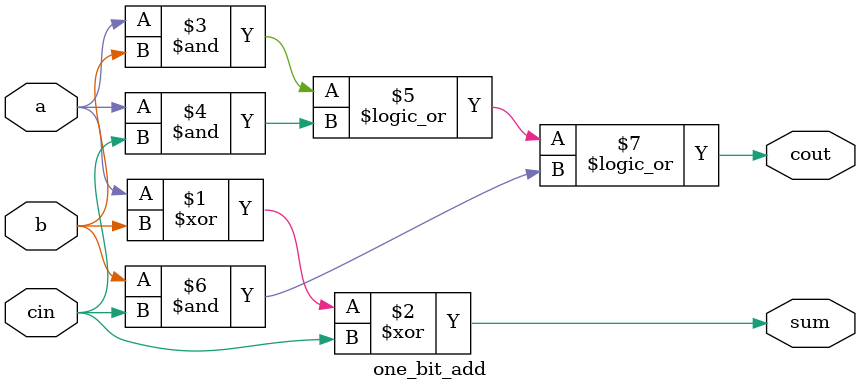
<source format=v>
module top_module( 
    input [99:0] a, b,
    input cin,
    output cout,
    output [99:0] sum );
    wire [99:0] c;
   one_bit_add fa1(
        .a(a[0]),
        .b(b[0]),
        .cin(cin),
        .sum(sum[0]),
       .cout(c[0])
    );
    /*one_bit_add fa99(
        .a(a[98]),
        .b(b[98]),
        .cin(cout[97]),
        .sum(sum[98]),
        .cout(cout[98])
    );*/
    
    genvar i;
    generate
    for(i=1;i<100;i++) begin:full_adder
        one_bit_add fa(
            .a(a[i]),
            .b(b[i]),
            .cin(c[i-1]),
            .sum(sum[i]),
            .cout(c[i])
        );
    end
    endgenerate
    assign cout = c[99];
                       
endmodule
module one_bit_add(
    input a,b,
    input cin,
    output cout,sum);
    assign sum=a^b^cin;
    assign cout=a&b || a&cin|| b&cin;
endmodule

</source>
